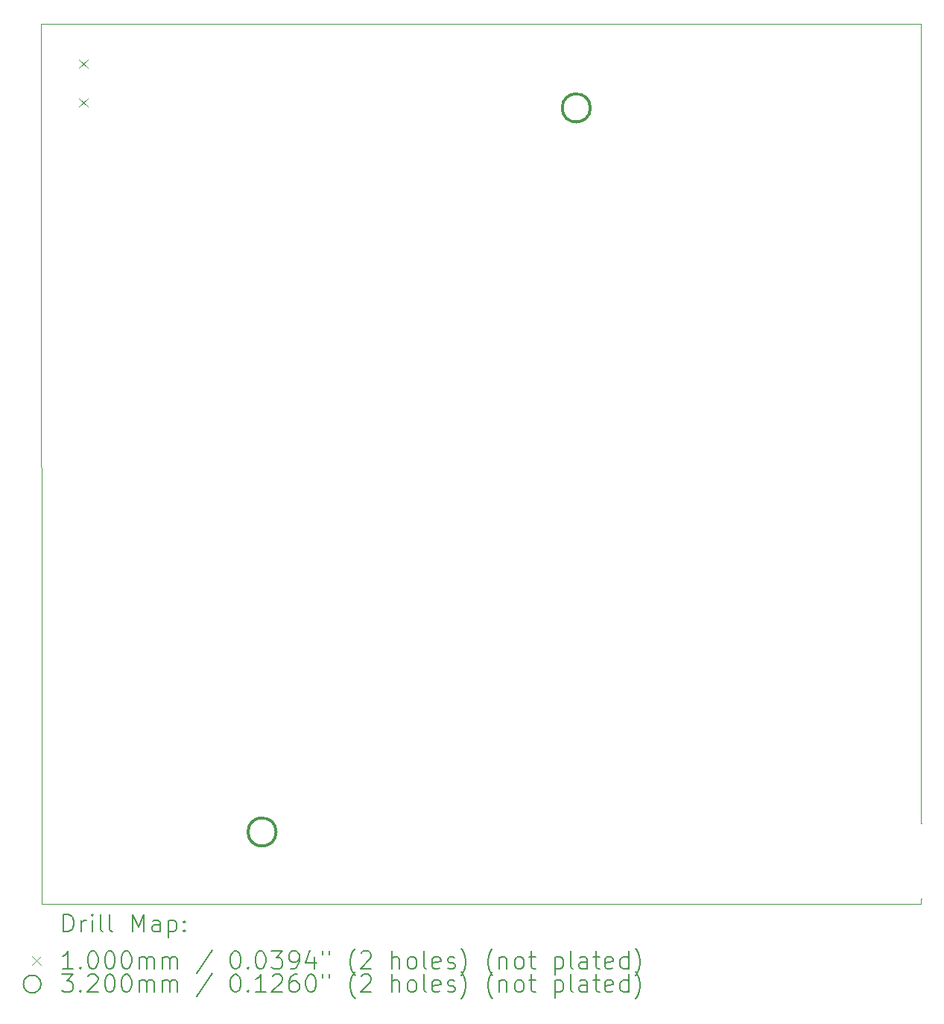
<source format=gbr>
%TF.GenerationSoftware,KiCad,Pcbnew,(6.0.9)*%
%TF.CreationDate,2022-12-04T18:18:53+03:00*%
%TF.ProjectId,communicator_27mhz,636f6d6d-756e-4696-9361-746f725f3237,beta 2.3*%
%TF.SameCoordinates,Original*%
%TF.FileFunction,Drillmap*%
%TF.FilePolarity,Positive*%
%FSLAX45Y45*%
G04 Gerber Fmt 4.5, Leading zero omitted, Abs format (unit mm)*
G04 Created by KiCad (PCBNEW (6.0.9)) date 2022-12-04 18:18:53*
%MOMM*%
%LPD*%
G01*
G04 APERTURE LIST*
%ADD10C,0.050000*%
%ADD11C,0.200000*%
%ADD12C,0.100000*%
%ADD13C,0.320000*%
G04 APERTURE END LIST*
D10*
X12980000Y-18540000D02*
X12980000Y-18600000D01*
X2980000Y-8610000D02*
X12980000Y-8610000D01*
X12980000Y-8610000D02*
X12980000Y-17680000D01*
X12985000Y-18540000D02*
X12980000Y-18540000D01*
X12980000Y-17680000D02*
X12985000Y-17680000D01*
X2990000Y-18600000D02*
X2980000Y-8610000D01*
X12980000Y-18600000D02*
X2990000Y-18600000D01*
D11*
D12*
X3407500Y-9010000D02*
X3507500Y-9110000D01*
X3507500Y-9010000D02*
X3407500Y-9110000D01*
X3407500Y-9450000D02*
X3507500Y-9550000D01*
X3507500Y-9450000D02*
X3407500Y-9550000D01*
D13*
X5650000Y-17780000D02*
G75*
G03*
X5650000Y-17780000I-160000J0D01*
G01*
X9220000Y-9560000D02*
G75*
G03*
X9220000Y-9560000I-160000J0D01*
G01*
D11*
X3235119Y-18912976D02*
X3235119Y-18712976D01*
X3282738Y-18712976D01*
X3311309Y-18722500D01*
X3330357Y-18741548D01*
X3339881Y-18760595D01*
X3349405Y-18798690D01*
X3349405Y-18827262D01*
X3339881Y-18865357D01*
X3330357Y-18884405D01*
X3311309Y-18903452D01*
X3282738Y-18912976D01*
X3235119Y-18912976D01*
X3435119Y-18912976D02*
X3435119Y-18779643D01*
X3435119Y-18817738D02*
X3444643Y-18798690D01*
X3454167Y-18789167D01*
X3473214Y-18779643D01*
X3492262Y-18779643D01*
X3558928Y-18912976D02*
X3558928Y-18779643D01*
X3558928Y-18712976D02*
X3549405Y-18722500D01*
X3558928Y-18732024D01*
X3568452Y-18722500D01*
X3558928Y-18712976D01*
X3558928Y-18732024D01*
X3682738Y-18912976D02*
X3663690Y-18903452D01*
X3654167Y-18884405D01*
X3654167Y-18712976D01*
X3787500Y-18912976D02*
X3768452Y-18903452D01*
X3758928Y-18884405D01*
X3758928Y-18712976D01*
X4016071Y-18912976D02*
X4016071Y-18712976D01*
X4082738Y-18855833D01*
X4149405Y-18712976D01*
X4149405Y-18912976D01*
X4330357Y-18912976D02*
X4330357Y-18808214D01*
X4320833Y-18789167D01*
X4301786Y-18779643D01*
X4263690Y-18779643D01*
X4244643Y-18789167D01*
X4330357Y-18903452D02*
X4311310Y-18912976D01*
X4263690Y-18912976D01*
X4244643Y-18903452D01*
X4235119Y-18884405D01*
X4235119Y-18865357D01*
X4244643Y-18846310D01*
X4263690Y-18836786D01*
X4311310Y-18836786D01*
X4330357Y-18827262D01*
X4425595Y-18779643D02*
X4425595Y-18979643D01*
X4425595Y-18789167D02*
X4444643Y-18779643D01*
X4482738Y-18779643D01*
X4501786Y-18789167D01*
X4511310Y-18798690D01*
X4520833Y-18817738D01*
X4520833Y-18874881D01*
X4511310Y-18893929D01*
X4501786Y-18903452D01*
X4482738Y-18912976D01*
X4444643Y-18912976D01*
X4425595Y-18903452D01*
X4606548Y-18893929D02*
X4616071Y-18903452D01*
X4606548Y-18912976D01*
X4597024Y-18903452D01*
X4606548Y-18893929D01*
X4606548Y-18912976D01*
X4606548Y-18789167D02*
X4616071Y-18798690D01*
X4606548Y-18808214D01*
X4597024Y-18798690D01*
X4606548Y-18789167D01*
X4606548Y-18808214D01*
D12*
X2877500Y-19192500D02*
X2977500Y-19292500D01*
X2977500Y-19192500D02*
X2877500Y-19292500D01*
D11*
X3339881Y-19332976D02*
X3225595Y-19332976D01*
X3282738Y-19332976D02*
X3282738Y-19132976D01*
X3263690Y-19161548D01*
X3244643Y-19180595D01*
X3225595Y-19190119D01*
X3425595Y-19313929D02*
X3435119Y-19323452D01*
X3425595Y-19332976D01*
X3416071Y-19323452D01*
X3425595Y-19313929D01*
X3425595Y-19332976D01*
X3558928Y-19132976D02*
X3577976Y-19132976D01*
X3597024Y-19142500D01*
X3606548Y-19152024D01*
X3616071Y-19171071D01*
X3625595Y-19209167D01*
X3625595Y-19256786D01*
X3616071Y-19294881D01*
X3606548Y-19313929D01*
X3597024Y-19323452D01*
X3577976Y-19332976D01*
X3558928Y-19332976D01*
X3539881Y-19323452D01*
X3530357Y-19313929D01*
X3520833Y-19294881D01*
X3511309Y-19256786D01*
X3511309Y-19209167D01*
X3520833Y-19171071D01*
X3530357Y-19152024D01*
X3539881Y-19142500D01*
X3558928Y-19132976D01*
X3749405Y-19132976D02*
X3768452Y-19132976D01*
X3787500Y-19142500D01*
X3797024Y-19152024D01*
X3806548Y-19171071D01*
X3816071Y-19209167D01*
X3816071Y-19256786D01*
X3806548Y-19294881D01*
X3797024Y-19313929D01*
X3787500Y-19323452D01*
X3768452Y-19332976D01*
X3749405Y-19332976D01*
X3730357Y-19323452D01*
X3720833Y-19313929D01*
X3711309Y-19294881D01*
X3701786Y-19256786D01*
X3701786Y-19209167D01*
X3711309Y-19171071D01*
X3720833Y-19152024D01*
X3730357Y-19142500D01*
X3749405Y-19132976D01*
X3939881Y-19132976D02*
X3958928Y-19132976D01*
X3977976Y-19142500D01*
X3987500Y-19152024D01*
X3997024Y-19171071D01*
X4006548Y-19209167D01*
X4006548Y-19256786D01*
X3997024Y-19294881D01*
X3987500Y-19313929D01*
X3977976Y-19323452D01*
X3958928Y-19332976D01*
X3939881Y-19332976D01*
X3920833Y-19323452D01*
X3911309Y-19313929D01*
X3901786Y-19294881D01*
X3892262Y-19256786D01*
X3892262Y-19209167D01*
X3901786Y-19171071D01*
X3911309Y-19152024D01*
X3920833Y-19142500D01*
X3939881Y-19132976D01*
X4092262Y-19332976D02*
X4092262Y-19199643D01*
X4092262Y-19218690D02*
X4101786Y-19209167D01*
X4120833Y-19199643D01*
X4149405Y-19199643D01*
X4168452Y-19209167D01*
X4177976Y-19228214D01*
X4177976Y-19332976D01*
X4177976Y-19228214D02*
X4187500Y-19209167D01*
X4206548Y-19199643D01*
X4235119Y-19199643D01*
X4254167Y-19209167D01*
X4263690Y-19228214D01*
X4263690Y-19332976D01*
X4358929Y-19332976D02*
X4358929Y-19199643D01*
X4358929Y-19218690D02*
X4368452Y-19209167D01*
X4387500Y-19199643D01*
X4416071Y-19199643D01*
X4435119Y-19209167D01*
X4444643Y-19228214D01*
X4444643Y-19332976D01*
X4444643Y-19228214D02*
X4454167Y-19209167D01*
X4473214Y-19199643D01*
X4501786Y-19199643D01*
X4520833Y-19209167D01*
X4530357Y-19228214D01*
X4530357Y-19332976D01*
X4920833Y-19123452D02*
X4749405Y-19380595D01*
X5177976Y-19132976D02*
X5197024Y-19132976D01*
X5216071Y-19142500D01*
X5225595Y-19152024D01*
X5235119Y-19171071D01*
X5244643Y-19209167D01*
X5244643Y-19256786D01*
X5235119Y-19294881D01*
X5225595Y-19313929D01*
X5216071Y-19323452D01*
X5197024Y-19332976D01*
X5177976Y-19332976D01*
X5158929Y-19323452D01*
X5149405Y-19313929D01*
X5139881Y-19294881D01*
X5130357Y-19256786D01*
X5130357Y-19209167D01*
X5139881Y-19171071D01*
X5149405Y-19152024D01*
X5158929Y-19142500D01*
X5177976Y-19132976D01*
X5330357Y-19313929D02*
X5339881Y-19323452D01*
X5330357Y-19332976D01*
X5320833Y-19323452D01*
X5330357Y-19313929D01*
X5330357Y-19332976D01*
X5463690Y-19132976D02*
X5482738Y-19132976D01*
X5501786Y-19142500D01*
X5511310Y-19152024D01*
X5520833Y-19171071D01*
X5530357Y-19209167D01*
X5530357Y-19256786D01*
X5520833Y-19294881D01*
X5511310Y-19313929D01*
X5501786Y-19323452D01*
X5482738Y-19332976D01*
X5463690Y-19332976D01*
X5444643Y-19323452D01*
X5435119Y-19313929D01*
X5425595Y-19294881D01*
X5416071Y-19256786D01*
X5416071Y-19209167D01*
X5425595Y-19171071D01*
X5435119Y-19152024D01*
X5444643Y-19142500D01*
X5463690Y-19132976D01*
X5597024Y-19132976D02*
X5720833Y-19132976D01*
X5654167Y-19209167D01*
X5682738Y-19209167D01*
X5701786Y-19218690D01*
X5711309Y-19228214D01*
X5720833Y-19247262D01*
X5720833Y-19294881D01*
X5711309Y-19313929D01*
X5701786Y-19323452D01*
X5682738Y-19332976D01*
X5625595Y-19332976D01*
X5606548Y-19323452D01*
X5597024Y-19313929D01*
X5816071Y-19332976D02*
X5854167Y-19332976D01*
X5873214Y-19323452D01*
X5882738Y-19313929D01*
X5901786Y-19285357D01*
X5911309Y-19247262D01*
X5911309Y-19171071D01*
X5901786Y-19152024D01*
X5892262Y-19142500D01*
X5873214Y-19132976D01*
X5835119Y-19132976D01*
X5816071Y-19142500D01*
X5806548Y-19152024D01*
X5797024Y-19171071D01*
X5797024Y-19218690D01*
X5806548Y-19237738D01*
X5816071Y-19247262D01*
X5835119Y-19256786D01*
X5873214Y-19256786D01*
X5892262Y-19247262D01*
X5901786Y-19237738D01*
X5911309Y-19218690D01*
X6082738Y-19199643D02*
X6082738Y-19332976D01*
X6035119Y-19123452D02*
X5987500Y-19266310D01*
X6111309Y-19266310D01*
X6177976Y-19132976D02*
X6177976Y-19171071D01*
X6254167Y-19132976D02*
X6254167Y-19171071D01*
X6549405Y-19409167D02*
X6539881Y-19399643D01*
X6520833Y-19371071D01*
X6511309Y-19352024D01*
X6501786Y-19323452D01*
X6492262Y-19275833D01*
X6492262Y-19237738D01*
X6501786Y-19190119D01*
X6511309Y-19161548D01*
X6520833Y-19142500D01*
X6539881Y-19113929D01*
X6549405Y-19104405D01*
X6616071Y-19152024D02*
X6625595Y-19142500D01*
X6644643Y-19132976D01*
X6692262Y-19132976D01*
X6711309Y-19142500D01*
X6720833Y-19152024D01*
X6730357Y-19171071D01*
X6730357Y-19190119D01*
X6720833Y-19218690D01*
X6606548Y-19332976D01*
X6730357Y-19332976D01*
X6968452Y-19332976D02*
X6968452Y-19132976D01*
X7054167Y-19332976D02*
X7054167Y-19228214D01*
X7044643Y-19209167D01*
X7025595Y-19199643D01*
X6997024Y-19199643D01*
X6977976Y-19209167D01*
X6968452Y-19218690D01*
X7177976Y-19332976D02*
X7158928Y-19323452D01*
X7149405Y-19313929D01*
X7139881Y-19294881D01*
X7139881Y-19237738D01*
X7149405Y-19218690D01*
X7158928Y-19209167D01*
X7177976Y-19199643D01*
X7206548Y-19199643D01*
X7225595Y-19209167D01*
X7235119Y-19218690D01*
X7244643Y-19237738D01*
X7244643Y-19294881D01*
X7235119Y-19313929D01*
X7225595Y-19323452D01*
X7206548Y-19332976D01*
X7177976Y-19332976D01*
X7358928Y-19332976D02*
X7339881Y-19323452D01*
X7330357Y-19304405D01*
X7330357Y-19132976D01*
X7511309Y-19323452D02*
X7492262Y-19332976D01*
X7454167Y-19332976D01*
X7435119Y-19323452D01*
X7425595Y-19304405D01*
X7425595Y-19228214D01*
X7435119Y-19209167D01*
X7454167Y-19199643D01*
X7492262Y-19199643D01*
X7511309Y-19209167D01*
X7520833Y-19228214D01*
X7520833Y-19247262D01*
X7425595Y-19266310D01*
X7597024Y-19323452D02*
X7616071Y-19332976D01*
X7654167Y-19332976D01*
X7673214Y-19323452D01*
X7682738Y-19304405D01*
X7682738Y-19294881D01*
X7673214Y-19275833D01*
X7654167Y-19266310D01*
X7625595Y-19266310D01*
X7606548Y-19256786D01*
X7597024Y-19237738D01*
X7597024Y-19228214D01*
X7606548Y-19209167D01*
X7625595Y-19199643D01*
X7654167Y-19199643D01*
X7673214Y-19209167D01*
X7749405Y-19409167D02*
X7758928Y-19399643D01*
X7777976Y-19371071D01*
X7787500Y-19352024D01*
X7797024Y-19323452D01*
X7806548Y-19275833D01*
X7806548Y-19237738D01*
X7797024Y-19190119D01*
X7787500Y-19161548D01*
X7777976Y-19142500D01*
X7758928Y-19113929D01*
X7749405Y-19104405D01*
X8111309Y-19409167D02*
X8101786Y-19399643D01*
X8082738Y-19371071D01*
X8073214Y-19352024D01*
X8063690Y-19323452D01*
X8054167Y-19275833D01*
X8054167Y-19237738D01*
X8063690Y-19190119D01*
X8073214Y-19161548D01*
X8082738Y-19142500D01*
X8101786Y-19113929D01*
X8111309Y-19104405D01*
X8187500Y-19199643D02*
X8187500Y-19332976D01*
X8187500Y-19218690D02*
X8197024Y-19209167D01*
X8216071Y-19199643D01*
X8244643Y-19199643D01*
X8263690Y-19209167D01*
X8273214Y-19228214D01*
X8273214Y-19332976D01*
X8397024Y-19332976D02*
X8377976Y-19323452D01*
X8368452Y-19313929D01*
X8358928Y-19294881D01*
X8358928Y-19237738D01*
X8368452Y-19218690D01*
X8377976Y-19209167D01*
X8397024Y-19199643D01*
X8425595Y-19199643D01*
X8444643Y-19209167D01*
X8454167Y-19218690D01*
X8463690Y-19237738D01*
X8463690Y-19294881D01*
X8454167Y-19313929D01*
X8444643Y-19323452D01*
X8425595Y-19332976D01*
X8397024Y-19332976D01*
X8520833Y-19199643D02*
X8597024Y-19199643D01*
X8549405Y-19132976D02*
X8549405Y-19304405D01*
X8558929Y-19323452D01*
X8577976Y-19332976D01*
X8597024Y-19332976D01*
X8816071Y-19199643D02*
X8816071Y-19399643D01*
X8816071Y-19209167D02*
X8835119Y-19199643D01*
X8873214Y-19199643D01*
X8892262Y-19209167D01*
X8901786Y-19218690D01*
X8911310Y-19237738D01*
X8911310Y-19294881D01*
X8901786Y-19313929D01*
X8892262Y-19323452D01*
X8873214Y-19332976D01*
X8835119Y-19332976D01*
X8816071Y-19323452D01*
X9025595Y-19332976D02*
X9006548Y-19323452D01*
X8997024Y-19304405D01*
X8997024Y-19132976D01*
X9187500Y-19332976D02*
X9187500Y-19228214D01*
X9177976Y-19209167D01*
X9158929Y-19199643D01*
X9120833Y-19199643D01*
X9101786Y-19209167D01*
X9187500Y-19323452D02*
X9168452Y-19332976D01*
X9120833Y-19332976D01*
X9101786Y-19323452D01*
X9092262Y-19304405D01*
X9092262Y-19285357D01*
X9101786Y-19266310D01*
X9120833Y-19256786D01*
X9168452Y-19256786D01*
X9187500Y-19247262D01*
X9254167Y-19199643D02*
X9330357Y-19199643D01*
X9282738Y-19132976D02*
X9282738Y-19304405D01*
X9292262Y-19323452D01*
X9311310Y-19332976D01*
X9330357Y-19332976D01*
X9473214Y-19323452D02*
X9454167Y-19332976D01*
X9416071Y-19332976D01*
X9397024Y-19323452D01*
X9387500Y-19304405D01*
X9387500Y-19228214D01*
X9397024Y-19209167D01*
X9416071Y-19199643D01*
X9454167Y-19199643D01*
X9473214Y-19209167D01*
X9482738Y-19228214D01*
X9482738Y-19247262D01*
X9387500Y-19266310D01*
X9654167Y-19332976D02*
X9654167Y-19132976D01*
X9654167Y-19323452D02*
X9635119Y-19332976D01*
X9597024Y-19332976D01*
X9577976Y-19323452D01*
X9568452Y-19313929D01*
X9558929Y-19294881D01*
X9558929Y-19237738D01*
X9568452Y-19218690D01*
X9577976Y-19209167D01*
X9597024Y-19199643D01*
X9635119Y-19199643D01*
X9654167Y-19209167D01*
X9730357Y-19409167D02*
X9739881Y-19399643D01*
X9758929Y-19371071D01*
X9768452Y-19352024D01*
X9777976Y-19323452D01*
X9787500Y-19275833D01*
X9787500Y-19237738D01*
X9777976Y-19190119D01*
X9768452Y-19161548D01*
X9758929Y-19142500D01*
X9739881Y-19113929D01*
X9730357Y-19104405D01*
X2977500Y-19506500D02*
G75*
G03*
X2977500Y-19506500I-100000J0D01*
G01*
X3216071Y-19396976D02*
X3339881Y-19396976D01*
X3273214Y-19473167D01*
X3301786Y-19473167D01*
X3320833Y-19482690D01*
X3330357Y-19492214D01*
X3339881Y-19511262D01*
X3339881Y-19558881D01*
X3330357Y-19577929D01*
X3320833Y-19587452D01*
X3301786Y-19596976D01*
X3244643Y-19596976D01*
X3225595Y-19587452D01*
X3216071Y-19577929D01*
X3425595Y-19577929D02*
X3435119Y-19587452D01*
X3425595Y-19596976D01*
X3416071Y-19587452D01*
X3425595Y-19577929D01*
X3425595Y-19596976D01*
X3511309Y-19416024D02*
X3520833Y-19406500D01*
X3539881Y-19396976D01*
X3587500Y-19396976D01*
X3606548Y-19406500D01*
X3616071Y-19416024D01*
X3625595Y-19435071D01*
X3625595Y-19454119D01*
X3616071Y-19482690D01*
X3501786Y-19596976D01*
X3625595Y-19596976D01*
X3749405Y-19396976D02*
X3768452Y-19396976D01*
X3787500Y-19406500D01*
X3797024Y-19416024D01*
X3806548Y-19435071D01*
X3816071Y-19473167D01*
X3816071Y-19520786D01*
X3806548Y-19558881D01*
X3797024Y-19577929D01*
X3787500Y-19587452D01*
X3768452Y-19596976D01*
X3749405Y-19596976D01*
X3730357Y-19587452D01*
X3720833Y-19577929D01*
X3711309Y-19558881D01*
X3701786Y-19520786D01*
X3701786Y-19473167D01*
X3711309Y-19435071D01*
X3720833Y-19416024D01*
X3730357Y-19406500D01*
X3749405Y-19396976D01*
X3939881Y-19396976D02*
X3958928Y-19396976D01*
X3977976Y-19406500D01*
X3987500Y-19416024D01*
X3997024Y-19435071D01*
X4006548Y-19473167D01*
X4006548Y-19520786D01*
X3997024Y-19558881D01*
X3987500Y-19577929D01*
X3977976Y-19587452D01*
X3958928Y-19596976D01*
X3939881Y-19596976D01*
X3920833Y-19587452D01*
X3911309Y-19577929D01*
X3901786Y-19558881D01*
X3892262Y-19520786D01*
X3892262Y-19473167D01*
X3901786Y-19435071D01*
X3911309Y-19416024D01*
X3920833Y-19406500D01*
X3939881Y-19396976D01*
X4092262Y-19596976D02*
X4092262Y-19463643D01*
X4092262Y-19482690D02*
X4101786Y-19473167D01*
X4120833Y-19463643D01*
X4149405Y-19463643D01*
X4168452Y-19473167D01*
X4177976Y-19492214D01*
X4177976Y-19596976D01*
X4177976Y-19492214D02*
X4187500Y-19473167D01*
X4206548Y-19463643D01*
X4235119Y-19463643D01*
X4254167Y-19473167D01*
X4263690Y-19492214D01*
X4263690Y-19596976D01*
X4358929Y-19596976D02*
X4358929Y-19463643D01*
X4358929Y-19482690D02*
X4368452Y-19473167D01*
X4387500Y-19463643D01*
X4416071Y-19463643D01*
X4435119Y-19473167D01*
X4444643Y-19492214D01*
X4444643Y-19596976D01*
X4444643Y-19492214D02*
X4454167Y-19473167D01*
X4473214Y-19463643D01*
X4501786Y-19463643D01*
X4520833Y-19473167D01*
X4530357Y-19492214D01*
X4530357Y-19596976D01*
X4920833Y-19387452D02*
X4749405Y-19644595D01*
X5177976Y-19396976D02*
X5197024Y-19396976D01*
X5216071Y-19406500D01*
X5225595Y-19416024D01*
X5235119Y-19435071D01*
X5244643Y-19473167D01*
X5244643Y-19520786D01*
X5235119Y-19558881D01*
X5225595Y-19577929D01*
X5216071Y-19587452D01*
X5197024Y-19596976D01*
X5177976Y-19596976D01*
X5158929Y-19587452D01*
X5149405Y-19577929D01*
X5139881Y-19558881D01*
X5130357Y-19520786D01*
X5130357Y-19473167D01*
X5139881Y-19435071D01*
X5149405Y-19416024D01*
X5158929Y-19406500D01*
X5177976Y-19396976D01*
X5330357Y-19577929D02*
X5339881Y-19587452D01*
X5330357Y-19596976D01*
X5320833Y-19587452D01*
X5330357Y-19577929D01*
X5330357Y-19596976D01*
X5530357Y-19596976D02*
X5416071Y-19596976D01*
X5473214Y-19596976D02*
X5473214Y-19396976D01*
X5454167Y-19425548D01*
X5435119Y-19444595D01*
X5416071Y-19454119D01*
X5606548Y-19416024D02*
X5616071Y-19406500D01*
X5635119Y-19396976D01*
X5682738Y-19396976D01*
X5701786Y-19406500D01*
X5711309Y-19416024D01*
X5720833Y-19435071D01*
X5720833Y-19454119D01*
X5711309Y-19482690D01*
X5597024Y-19596976D01*
X5720833Y-19596976D01*
X5892262Y-19396976D02*
X5854167Y-19396976D01*
X5835119Y-19406500D01*
X5825595Y-19416024D01*
X5806548Y-19444595D01*
X5797024Y-19482690D01*
X5797024Y-19558881D01*
X5806548Y-19577929D01*
X5816071Y-19587452D01*
X5835119Y-19596976D01*
X5873214Y-19596976D01*
X5892262Y-19587452D01*
X5901786Y-19577929D01*
X5911309Y-19558881D01*
X5911309Y-19511262D01*
X5901786Y-19492214D01*
X5892262Y-19482690D01*
X5873214Y-19473167D01*
X5835119Y-19473167D01*
X5816071Y-19482690D01*
X5806548Y-19492214D01*
X5797024Y-19511262D01*
X6035119Y-19396976D02*
X6054167Y-19396976D01*
X6073214Y-19406500D01*
X6082738Y-19416024D01*
X6092262Y-19435071D01*
X6101786Y-19473167D01*
X6101786Y-19520786D01*
X6092262Y-19558881D01*
X6082738Y-19577929D01*
X6073214Y-19587452D01*
X6054167Y-19596976D01*
X6035119Y-19596976D01*
X6016071Y-19587452D01*
X6006548Y-19577929D01*
X5997024Y-19558881D01*
X5987500Y-19520786D01*
X5987500Y-19473167D01*
X5997024Y-19435071D01*
X6006548Y-19416024D01*
X6016071Y-19406500D01*
X6035119Y-19396976D01*
X6177976Y-19396976D02*
X6177976Y-19435071D01*
X6254167Y-19396976D02*
X6254167Y-19435071D01*
X6549405Y-19673167D02*
X6539881Y-19663643D01*
X6520833Y-19635071D01*
X6511309Y-19616024D01*
X6501786Y-19587452D01*
X6492262Y-19539833D01*
X6492262Y-19501738D01*
X6501786Y-19454119D01*
X6511309Y-19425548D01*
X6520833Y-19406500D01*
X6539881Y-19377929D01*
X6549405Y-19368405D01*
X6616071Y-19416024D02*
X6625595Y-19406500D01*
X6644643Y-19396976D01*
X6692262Y-19396976D01*
X6711309Y-19406500D01*
X6720833Y-19416024D01*
X6730357Y-19435071D01*
X6730357Y-19454119D01*
X6720833Y-19482690D01*
X6606548Y-19596976D01*
X6730357Y-19596976D01*
X6968452Y-19596976D02*
X6968452Y-19396976D01*
X7054167Y-19596976D02*
X7054167Y-19492214D01*
X7044643Y-19473167D01*
X7025595Y-19463643D01*
X6997024Y-19463643D01*
X6977976Y-19473167D01*
X6968452Y-19482690D01*
X7177976Y-19596976D02*
X7158928Y-19587452D01*
X7149405Y-19577929D01*
X7139881Y-19558881D01*
X7139881Y-19501738D01*
X7149405Y-19482690D01*
X7158928Y-19473167D01*
X7177976Y-19463643D01*
X7206548Y-19463643D01*
X7225595Y-19473167D01*
X7235119Y-19482690D01*
X7244643Y-19501738D01*
X7244643Y-19558881D01*
X7235119Y-19577929D01*
X7225595Y-19587452D01*
X7206548Y-19596976D01*
X7177976Y-19596976D01*
X7358928Y-19596976D02*
X7339881Y-19587452D01*
X7330357Y-19568405D01*
X7330357Y-19396976D01*
X7511309Y-19587452D02*
X7492262Y-19596976D01*
X7454167Y-19596976D01*
X7435119Y-19587452D01*
X7425595Y-19568405D01*
X7425595Y-19492214D01*
X7435119Y-19473167D01*
X7454167Y-19463643D01*
X7492262Y-19463643D01*
X7511309Y-19473167D01*
X7520833Y-19492214D01*
X7520833Y-19511262D01*
X7425595Y-19530310D01*
X7597024Y-19587452D02*
X7616071Y-19596976D01*
X7654167Y-19596976D01*
X7673214Y-19587452D01*
X7682738Y-19568405D01*
X7682738Y-19558881D01*
X7673214Y-19539833D01*
X7654167Y-19530310D01*
X7625595Y-19530310D01*
X7606548Y-19520786D01*
X7597024Y-19501738D01*
X7597024Y-19492214D01*
X7606548Y-19473167D01*
X7625595Y-19463643D01*
X7654167Y-19463643D01*
X7673214Y-19473167D01*
X7749405Y-19673167D02*
X7758928Y-19663643D01*
X7777976Y-19635071D01*
X7787500Y-19616024D01*
X7797024Y-19587452D01*
X7806548Y-19539833D01*
X7806548Y-19501738D01*
X7797024Y-19454119D01*
X7787500Y-19425548D01*
X7777976Y-19406500D01*
X7758928Y-19377929D01*
X7749405Y-19368405D01*
X8111309Y-19673167D02*
X8101786Y-19663643D01*
X8082738Y-19635071D01*
X8073214Y-19616024D01*
X8063690Y-19587452D01*
X8054167Y-19539833D01*
X8054167Y-19501738D01*
X8063690Y-19454119D01*
X8073214Y-19425548D01*
X8082738Y-19406500D01*
X8101786Y-19377929D01*
X8111309Y-19368405D01*
X8187500Y-19463643D02*
X8187500Y-19596976D01*
X8187500Y-19482690D02*
X8197024Y-19473167D01*
X8216071Y-19463643D01*
X8244643Y-19463643D01*
X8263690Y-19473167D01*
X8273214Y-19492214D01*
X8273214Y-19596976D01*
X8397024Y-19596976D02*
X8377976Y-19587452D01*
X8368452Y-19577929D01*
X8358928Y-19558881D01*
X8358928Y-19501738D01*
X8368452Y-19482690D01*
X8377976Y-19473167D01*
X8397024Y-19463643D01*
X8425595Y-19463643D01*
X8444643Y-19473167D01*
X8454167Y-19482690D01*
X8463690Y-19501738D01*
X8463690Y-19558881D01*
X8454167Y-19577929D01*
X8444643Y-19587452D01*
X8425595Y-19596976D01*
X8397024Y-19596976D01*
X8520833Y-19463643D02*
X8597024Y-19463643D01*
X8549405Y-19396976D02*
X8549405Y-19568405D01*
X8558929Y-19587452D01*
X8577976Y-19596976D01*
X8597024Y-19596976D01*
X8816071Y-19463643D02*
X8816071Y-19663643D01*
X8816071Y-19473167D02*
X8835119Y-19463643D01*
X8873214Y-19463643D01*
X8892262Y-19473167D01*
X8901786Y-19482690D01*
X8911310Y-19501738D01*
X8911310Y-19558881D01*
X8901786Y-19577929D01*
X8892262Y-19587452D01*
X8873214Y-19596976D01*
X8835119Y-19596976D01*
X8816071Y-19587452D01*
X9025595Y-19596976D02*
X9006548Y-19587452D01*
X8997024Y-19568405D01*
X8997024Y-19396976D01*
X9187500Y-19596976D02*
X9187500Y-19492214D01*
X9177976Y-19473167D01*
X9158929Y-19463643D01*
X9120833Y-19463643D01*
X9101786Y-19473167D01*
X9187500Y-19587452D02*
X9168452Y-19596976D01*
X9120833Y-19596976D01*
X9101786Y-19587452D01*
X9092262Y-19568405D01*
X9092262Y-19549357D01*
X9101786Y-19530310D01*
X9120833Y-19520786D01*
X9168452Y-19520786D01*
X9187500Y-19511262D01*
X9254167Y-19463643D02*
X9330357Y-19463643D01*
X9282738Y-19396976D02*
X9282738Y-19568405D01*
X9292262Y-19587452D01*
X9311310Y-19596976D01*
X9330357Y-19596976D01*
X9473214Y-19587452D02*
X9454167Y-19596976D01*
X9416071Y-19596976D01*
X9397024Y-19587452D01*
X9387500Y-19568405D01*
X9387500Y-19492214D01*
X9397024Y-19473167D01*
X9416071Y-19463643D01*
X9454167Y-19463643D01*
X9473214Y-19473167D01*
X9482738Y-19492214D01*
X9482738Y-19511262D01*
X9387500Y-19530310D01*
X9654167Y-19596976D02*
X9654167Y-19396976D01*
X9654167Y-19587452D02*
X9635119Y-19596976D01*
X9597024Y-19596976D01*
X9577976Y-19587452D01*
X9568452Y-19577929D01*
X9558929Y-19558881D01*
X9558929Y-19501738D01*
X9568452Y-19482690D01*
X9577976Y-19473167D01*
X9597024Y-19463643D01*
X9635119Y-19463643D01*
X9654167Y-19473167D01*
X9730357Y-19673167D02*
X9739881Y-19663643D01*
X9758929Y-19635071D01*
X9768452Y-19616024D01*
X9777976Y-19587452D01*
X9787500Y-19539833D01*
X9787500Y-19501738D01*
X9777976Y-19454119D01*
X9768452Y-19425548D01*
X9758929Y-19406500D01*
X9739881Y-19377929D01*
X9730357Y-19368405D01*
M02*

</source>
